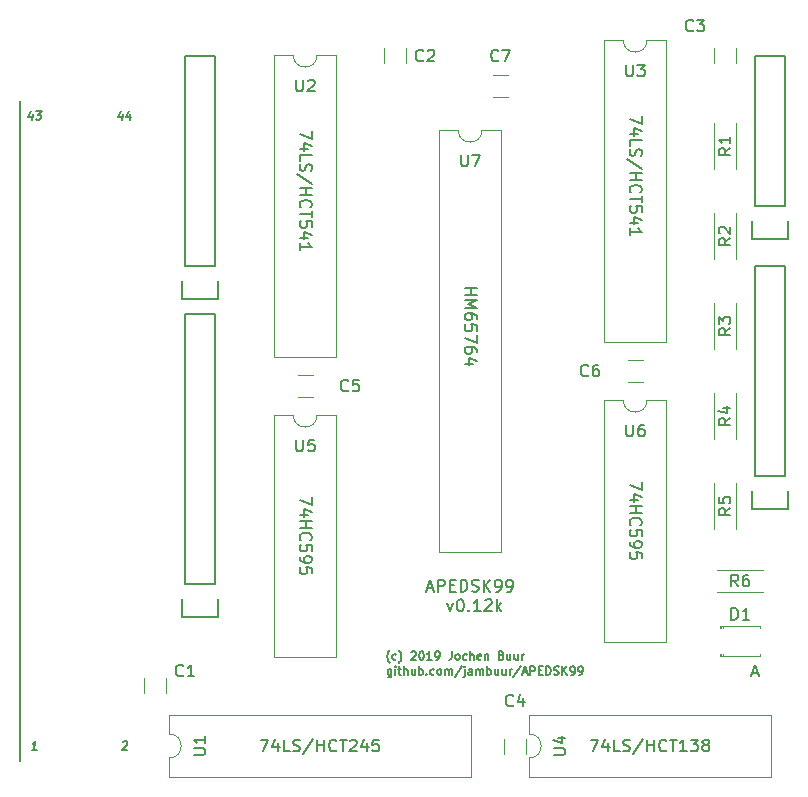
<source format=gbr>
G04 #@! TF.GenerationSoftware,KiCad,Pcbnew,(5.1.2)-2*
G04 #@! TF.CreationDate,2019-08-10T21:31:32+12:00*
G04 #@! TF.ProjectId,APEDSK-AU,41504544-534b-42d4-9155-2e6b69636164,rev?*
G04 #@! TF.SameCoordinates,Original*
G04 #@! TF.FileFunction,Legend,Top*
G04 #@! TF.FilePolarity,Positive*
%FSLAX46Y46*%
G04 Gerber Fmt 4.6, Leading zero omitted, Abs format (unit mm)*
G04 Created by KiCad (PCBNEW (5.1.2)-2) date 2019-08-10 21:31:32*
%MOMM*%
%LPD*%
G04 APERTURE LIST*
%ADD10C,0.150000*%
%ADD11C,0.120000*%
G04 APERTURE END LIST*
D10*
X139738000Y-123138333D02*
X139704666Y-123105000D01*
X139638000Y-123005000D01*
X139604666Y-122938333D01*
X139571333Y-122838333D01*
X139538000Y-122671666D01*
X139538000Y-122538333D01*
X139571333Y-122371666D01*
X139604666Y-122271666D01*
X139638000Y-122205000D01*
X139704666Y-122105000D01*
X139738000Y-122071666D01*
X140304666Y-122838333D02*
X140238000Y-122871666D01*
X140104666Y-122871666D01*
X140038000Y-122838333D01*
X140004666Y-122805000D01*
X139971333Y-122738333D01*
X139971333Y-122538333D01*
X140004666Y-122471666D01*
X140038000Y-122438333D01*
X140104666Y-122405000D01*
X140238000Y-122405000D01*
X140304666Y-122438333D01*
X140538000Y-123138333D02*
X140571333Y-123105000D01*
X140638000Y-123005000D01*
X140671333Y-122938333D01*
X140704666Y-122838333D01*
X140738000Y-122671666D01*
X140738000Y-122538333D01*
X140704666Y-122371666D01*
X140671333Y-122271666D01*
X140638000Y-122205000D01*
X140571333Y-122105000D01*
X140538000Y-122071666D01*
X141571333Y-122238333D02*
X141604666Y-122205000D01*
X141671333Y-122171666D01*
X141838000Y-122171666D01*
X141904666Y-122205000D01*
X141938000Y-122238333D01*
X141971333Y-122305000D01*
X141971333Y-122371666D01*
X141938000Y-122471666D01*
X141538000Y-122871666D01*
X141971333Y-122871666D01*
X142404666Y-122171666D02*
X142471333Y-122171666D01*
X142538000Y-122205000D01*
X142571333Y-122238333D01*
X142604666Y-122305000D01*
X142638000Y-122438333D01*
X142638000Y-122605000D01*
X142604666Y-122738333D01*
X142571333Y-122805000D01*
X142538000Y-122838333D01*
X142471333Y-122871666D01*
X142404666Y-122871666D01*
X142338000Y-122838333D01*
X142304666Y-122805000D01*
X142271333Y-122738333D01*
X142238000Y-122605000D01*
X142238000Y-122438333D01*
X142271333Y-122305000D01*
X142304666Y-122238333D01*
X142338000Y-122205000D01*
X142404666Y-122171666D01*
X143304666Y-122871666D02*
X142904666Y-122871666D01*
X143104666Y-122871666D02*
X143104666Y-122171666D01*
X143038000Y-122271666D01*
X142971333Y-122338333D01*
X142904666Y-122371666D01*
X143638000Y-122871666D02*
X143771333Y-122871666D01*
X143838000Y-122838333D01*
X143871333Y-122805000D01*
X143938000Y-122705000D01*
X143971333Y-122571666D01*
X143971333Y-122305000D01*
X143938000Y-122238333D01*
X143904666Y-122205000D01*
X143838000Y-122171666D01*
X143704666Y-122171666D01*
X143638000Y-122205000D01*
X143604666Y-122238333D01*
X143571333Y-122305000D01*
X143571333Y-122471666D01*
X143604666Y-122538333D01*
X143638000Y-122571666D01*
X143704666Y-122605000D01*
X143838000Y-122605000D01*
X143904666Y-122571666D01*
X143938000Y-122538333D01*
X143971333Y-122471666D01*
X145004666Y-122171666D02*
X145004666Y-122671666D01*
X144971333Y-122771666D01*
X144904666Y-122838333D01*
X144804666Y-122871666D01*
X144738000Y-122871666D01*
X145438000Y-122871666D02*
X145371333Y-122838333D01*
X145338000Y-122805000D01*
X145304666Y-122738333D01*
X145304666Y-122538333D01*
X145338000Y-122471666D01*
X145371333Y-122438333D01*
X145438000Y-122405000D01*
X145538000Y-122405000D01*
X145604666Y-122438333D01*
X145638000Y-122471666D01*
X145671333Y-122538333D01*
X145671333Y-122738333D01*
X145638000Y-122805000D01*
X145604666Y-122838333D01*
X145538000Y-122871666D01*
X145438000Y-122871666D01*
X146271333Y-122838333D02*
X146204666Y-122871666D01*
X146071333Y-122871666D01*
X146004666Y-122838333D01*
X145971333Y-122805000D01*
X145938000Y-122738333D01*
X145938000Y-122538333D01*
X145971333Y-122471666D01*
X146004666Y-122438333D01*
X146071333Y-122405000D01*
X146204666Y-122405000D01*
X146271333Y-122438333D01*
X146571333Y-122871666D02*
X146571333Y-122171666D01*
X146871333Y-122871666D02*
X146871333Y-122505000D01*
X146838000Y-122438333D01*
X146771333Y-122405000D01*
X146671333Y-122405000D01*
X146604666Y-122438333D01*
X146571333Y-122471666D01*
X147471333Y-122838333D02*
X147404666Y-122871666D01*
X147271333Y-122871666D01*
X147204666Y-122838333D01*
X147171333Y-122771666D01*
X147171333Y-122505000D01*
X147204666Y-122438333D01*
X147271333Y-122405000D01*
X147404666Y-122405000D01*
X147471333Y-122438333D01*
X147504666Y-122505000D01*
X147504666Y-122571666D01*
X147171333Y-122638333D01*
X147804666Y-122405000D02*
X147804666Y-122871666D01*
X147804666Y-122471666D02*
X147838000Y-122438333D01*
X147904666Y-122405000D01*
X148004666Y-122405000D01*
X148071333Y-122438333D01*
X148104666Y-122505000D01*
X148104666Y-122871666D01*
X149204666Y-122505000D02*
X149304666Y-122538333D01*
X149338000Y-122571666D01*
X149371333Y-122638333D01*
X149371333Y-122738333D01*
X149338000Y-122805000D01*
X149304666Y-122838333D01*
X149238000Y-122871666D01*
X148971333Y-122871666D01*
X148971333Y-122171666D01*
X149204666Y-122171666D01*
X149271333Y-122205000D01*
X149304666Y-122238333D01*
X149338000Y-122305000D01*
X149338000Y-122371666D01*
X149304666Y-122438333D01*
X149271333Y-122471666D01*
X149204666Y-122505000D01*
X148971333Y-122505000D01*
X149971333Y-122405000D02*
X149971333Y-122871666D01*
X149671333Y-122405000D02*
X149671333Y-122771666D01*
X149704666Y-122838333D01*
X149771333Y-122871666D01*
X149871333Y-122871666D01*
X149938000Y-122838333D01*
X149971333Y-122805000D01*
X150604666Y-122405000D02*
X150604666Y-122871666D01*
X150304666Y-122405000D02*
X150304666Y-122771666D01*
X150338000Y-122838333D01*
X150404666Y-122871666D01*
X150504666Y-122871666D01*
X150571333Y-122838333D01*
X150604666Y-122805000D01*
X150938000Y-122871666D02*
X150938000Y-122405000D01*
X150938000Y-122538333D02*
X150971333Y-122471666D01*
X151004666Y-122438333D01*
X151071333Y-122405000D01*
X151138000Y-122405000D01*
X142938952Y-116816666D02*
X143415142Y-116816666D01*
X142843714Y-117102380D02*
X143177047Y-116102380D01*
X143510380Y-117102380D01*
X143843714Y-117102380D02*
X143843714Y-116102380D01*
X144224666Y-116102380D01*
X144319904Y-116150000D01*
X144367523Y-116197619D01*
X144415142Y-116292857D01*
X144415142Y-116435714D01*
X144367523Y-116530952D01*
X144319904Y-116578571D01*
X144224666Y-116626190D01*
X143843714Y-116626190D01*
X144843714Y-116578571D02*
X145177047Y-116578571D01*
X145319904Y-117102380D02*
X144843714Y-117102380D01*
X144843714Y-116102380D01*
X145319904Y-116102380D01*
X145748476Y-117102380D02*
X145748476Y-116102380D01*
X145986571Y-116102380D01*
X146129428Y-116150000D01*
X146224666Y-116245238D01*
X146272285Y-116340476D01*
X146319904Y-116530952D01*
X146319904Y-116673809D01*
X146272285Y-116864285D01*
X146224666Y-116959523D01*
X146129428Y-117054761D01*
X145986571Y-117102380D01*
X145748476Y-117102380D01*
X146700857Y-117054761D02*
X146843714Y-117102380D01*
X147081809Y-117102380D01*
X147177047Y-117054761D01*
X147224666Y-117007142D01*
X147272285Y-116911904D01*
X147272285Y-116816666D01*
X147224666Y-116721428D01*
X147177047Y-116673809D01*
X147081809Y-116626190D01*
X146891333Y-116578571D01*
X146796095Y-116530952D01*
X146748476Y-116483333D01*
X146700857Y-116388095D01*
X146700857Y-116292857D01*
X146748476Y-116197619D01*
X146796095Y-116150000D01*
X146891333Y-116102380D01*
X147129428Y-116102380D01*
X147272285Y-116150000D01*
X147700857Y-117102380D02*
X147700857Y-116102380D01*
X148272285Y-117102380D02*
X147843714Y-116530952D01*
X148272285Y-116102380D02*
X147700857Y-116673809D01*
X148748476Y-117102380D02*
X148938952Y-117102380D01*
X149034190Y-117054761D01*
X149081809Y-117007142D01*
X149177047Y-116864285D01*
X149224666Y-116673809D01*
X149224666Y-116292857D01*
X149177047Y-116197619D01*
X149129428Y-116150000D01*
X149034190Y-116102380D01*
X148843714Y-116102380D01*
X148748476Y-116150000D01*
X148700857Y-116197619D01*
X148653238Y-116292857D01*
X148653238Y-116530952D01*
X148700857Y-116626190D01*
X148748476Y-116673809D01*
X148843714Y-116721428D01*
X149034190Y-116721428D01*
X149129428Y-116673809D01*
X149177047Y-116626190D01*
X149224666Y-116530952D01*
X149700857Y-117102380D02*
X149891333Y-117102380D01*
X149986571Y-117054761D01*
X150034190Y-117007142D01*
X150129428Y-116864285D01*
X150177047Y-116673809D01*
X150177047Y-116292857D01*
X150129428Y-116197619D01*
X150081809Y-116150000D01*
X149986571Y-116102380D01*
X149796095Y-116102380D01*
X149700857Y-116150000D01*
X149653238Y-116197619D01*
X149605619Y-116292857D01*
X149605619Y-116530952D01*
X149653238Y-116626190D01*
X149700857Y-116673809D01*
X149796095Y-116721428D01*
X149986571Y-116721428D01*
X150081809Y-116673809D01*
X150129428Y-116626190D01*
X150177047Y-116530952D01*
X144629428Y-118085714D02*
X144867523Y-118752380D01*
X145105619Y-118085714D01*
X145677047Y-117752380D02*
X145772285Y-117752380D01*
X145867523Y-117800000D01*
X145915142Y-117847619D01*
X145962761Y-117942857D01*
X146010380Y-118133333D01*
X146010380Y-118371428D01*
X145962761Y-118561904D01*
X145915142Y-118657142D01*
X145867523Y-118704761D01*
X145772285Y-118752380D01*
X145677047Y-118752380D01*
X145581809Y-118704761D01*
X145534190Y-118657142D01*
X145486571Y-118561904D01*
X145438952Y-118371428D01*
X145438952Y-118133333D01*
X145486571Y-117942857D01*
X145534190Y-117847619D01*
X145581809Y-117800000D01*
X145677047Y-117752380D01*
X146438952Y-118657142D02*
X146486571Y-118704761D01*
X146438952Y-118752380D01*
X146391333Y-118704761D01*
X146438952Y-118657142D01*
X146438952Y-118752380D01*
X147438952Y-118752380D02*
X146867523Y-118752380D01*
X147153238Y-118752380D02*
X147153238Y-117752380D01*
X147058000Y-117895238D01*
X146962761Y-117990476D01*
X146867523Y-118038095D01*
X147819904Y-117847619D02*
X147867523Y-117800000D01*
X147962761Y-117752380D01*
X148200857Y-117752380D01*
X148296095Y-117800000D01*
X148343714Y-117847619D01*
X148391333Y-117942857D01*
X148391333Y-118038095D01*
X148343714Y-118180952D01*
X147772285Y-118752380D01*
X148391333Y-118752380D01*
X148819904Y-118752380D02*
X148819904Y-117752380D01*
X148915142Y-118371428D02*
X149200857Y-118752380D01*
X149200857Y-118085714D02*
X148819904Y-118466666D01*
X139894666Y-123675000D02*
X139894666Y-124241666D01*
X139861333Y-124308333D01*
X139828000Y-124341666D01*
X139761333Y-124375000D01*
X139661333Y-124375000D01*
X139594666Y-124341666D01*
X139894666Y-124108333D02*
X139828000Y-124141666D01*
X139694666Y-124141666D01*
X139628000Y-124108333D01*
X139594666Y-124075000D01*
X139561333Y-124008333D01*
X139561333Y-123808333D01*
X139594666Y-123741666D01*
X139628000Y-123708333D01*
X139694666Y-123675000D01*
X139828000Y-123675000D01*
X139894666Y-123708333D01*
X140228000Y-124141666D02*
X140228000Y-123675000D01*
X140228000Y-123441666D02*
X140194666Y-123475000D01*
X140228000Y-123508333D01*
X140261333Y-123475000D01*
X140228000Y-123441666D01*
X140228000Y-123508333D01*
X140461333Y-123675000D02*
X140728000Y-123675000D01*
X140561333Y-123441666D02*
X140561333Y-124041666D01*
X140594666Y-124108333D01*
X140661333Y-124141666D01*
X140728000Y-124141666D01*
X140961333Y-124141666D02*
X140961333Y-123441666D01*
X141261333Y-124141666D02*
X141261333Y-123775000D01*
X141228000Y-123708333D01*
X141161333Y-123675000D01*
X141061333Y-123675000D01*
X140994666Y-123708333D01*
X140961333Y-123741666D01*
X141894666Y-123675000D02*
X141894666Y-124141666D01*
X141594666Y-123675000D02*
X141594666Y-124041666D01*
X141628000Y-124108333D01*
X141694666Y-124141666D01*
X141794666Y-124141666D01*
X141861333Y-124108333D01*
X141894666Y-124075000D01*
X142228000Y-124141666D02*
X142228000Y-123441666D01*
X142228000Y-123708333D02*
X142294666Y-123675000D01*
X142428000Y-123675000D01*
X142494666Y-123708333D01*
X142528000Y-123741666D01*
X142561333Y-123808333D01*
X142561333Y-124008333D01*
X142528000Y-124075000D01*
X142494666Y-124108333D01*
X142428000Y-124141666D01*
X142294666Y-124141666D01*
X142228000Y-124108333D01*
X142861333Y-124075000D02*
X142894666Y-124108333D01*
X142861333Y-124141666D01*
X142828000Y-124108333D01*
X142861333Y-124075000D01*
X142861333Y-124141666D01*
X143494666Y-124108333D02*
X143428000Y-124141666D01*
X143294666Y-124141666D01*
X143228000Y-124108333D01*
X143194666Y-124075000D01*
X143161333Y-124008333D01*
X143161333Y-123808333D01*
X143194666Y-123741666D01*
X143228000Y-123708333D01*
X143294666Y-123675000D01*
X143428000Y-123675000D01*
X143494666Y-123708333D01*
X143894666Y-124141666D02*
X143828000Y-124108333D01*
X143794666Y-124075000D01*
X143761333Y-124008333D01*
X143761333Y-123808333D01*
X143794666Y-123741666D01*
X143828000Y-123708333D01*
X143894666Y-123675000D01*
X143994666Y-123675000D01*
X144061333Y-123708333D01*
X144094666Y-123741666D01*
X144128000Y-123808333D01*
X144128000Y-124008333D01*
X144094666Y-124075000D01*
X144061333Y-124108333D01*
X143994666Y-124141666D01*
X143894666Y-124141666D01*
X144428000Y-124141666D02*
X144428000Y-123675000D01*
X144428000Y-123741666D02*
X144461333Y-123708333D01*
X144528000Y-123675000D01*
X144628000Y-123675000D01*
X144694666Y-123708333D01*
X144728000Y-123775000D01*
X144728000Y-124141666D01*
X144728000Y-123775000D02*
X144761333Y-123708333D01*
X144828000Y-123675000D01*
X144928000Y-123675000D01*
X144994666Y-123708333D01*
X145028000Y-123775000D01*
X145028000Y-124141666D01*
X145861333Y-123408333D02*
X145261333Y-124308333D01*
X146094666Y-123675000D02*
X146094666Y-124275000D01*
X146061333Y-124341666D01*
X145994666Y-124375000D01*
X145961333Y-124375000D01*
X146094666Y-123441666D02*
X146061333Y-123475000D01*
X146094666Y-123508333D01*
X146128000Y-123475000D01*
X146094666Y-123441666D01*
X146094666Y-123508333D01*
X146728000Y-124141666D02*
X146728000Y-123775000D01*
X146694666Y-123708333D01*
X146628000Y-123675000D01*
X146494666Y-123675000D01*
X146428000Y-123708333D01*
X146728000Y-124108333D02*
X146661333Y-124141666D01*
X146494666Y-124141666D01*
X146428000Y-124108333D01*
X146394666Y-124041666D01*
X146394666Y-123975000D01*
X146428000Y-123908333D01*
X146494666Y-123875000D01*
X146661333Y-123875000D01*
X146728000Y-123841666D01*
X147061333Y-124141666D02*
X147061333Y-123675000D01*
X147061333Y-123741666D02*
X147094666Y-123708333D01*
X147161333Y-123675000D01*
X147261333Y-123675000D01*
X147328000Y-123708333D01*
X147361333Y-123775000D01*
X147361333Y-124141666D01*
X147361333Y-123775000D02*
X147394666Y-123708333D01*
X147461333Y-123675000D01*
X147561333Y-123675000D01*
X147628000Y-123708333D01*
X147661333Y-123775000D01*
X147661333Y-124141666D01*
X147994666Y-124141666D02*
X147994666Y-123441666D01*
X147994666Y-123708333D02*
X148061333Y-123675000D01*
X148194666Y-123675000D01*
X148261333Y-123708333D01*
X148294666Y-123741666D01*
X148328000Y-123808333D01*
X148328000Y-124008333D01*
X148294666Y-124075000D01*
X148261333Y-124108333D01*
X148194666Y-124141666D01*
X148061333Y-124141666D01*
X147994666Y-124108333D01*
X148928000Y-123675000D02*
X148928000Y-124141666D01*
X148628000Y-123675000D02*
X148628000Y-124041666D01*
X148661333Y-124108333D01*
X148728000Y-124141666D01*
X148828000Y-124141666D01*
X148894666Y-124108333D01*
X148928000Y-124075000D01*
X149561333Y-123675000D02*
X149561333Y-124141666D01*
X149261333Y-123675000D02*
X149261333Y-124041666D01*
X149294666Y-124108333D01*
X149361333Y-124141666D01*
X149461333Y-124141666D01*
X149528000Y-124108333D01*
X149561333Y-124075000D01*
X149894666Y-124141666D02*
X149894666Y-123675000D01*
X149894666Y-123808333D02*
X149928000Y-123741666D01*
X149961333Y-123708333D01*
X150028000Y-123675000D01*
X150094666Y-123675000D01*
X150828000Y-123408333D02*
X150228000Y-124308333D01*
X151028000Y-123941666D02*
X151361333Y-123941666D01*
X150961333Y-124141666D02*
X151194666Y-123441666D01*
X151428000Y-124141666D01*
X151661333Y-124141666D02*
X151661333Y-123441666D01*
X151928000Y-123441666D01*
X151994666Y-123475000D01*
X152028000Y-123508333D01*
X152061333Y-123575000D01*
X152061333Y-123675000D01*
X152028000Y-123741666D01*
X151994666Y-123775000D01*
X151928000Y-123808333D01*
X151661333Y-123808333D01*
X152361333Y-123775000D02*
X152594666Y-123775000D01*
X152694666Y-124141666D02*
X152361333Y-124141666D01*
X152361333Y-123441666D01*
X152694666Y-123441666D01*
X152994666Y-124141666D02*
X152994666Y-123441666D01*
X153161333Y-123441666D01*
X153261333Y-123475000D01*
X153328000Y-123541666D01*
X153361333Y-123608333D01*
X153394666Y-123741666D01*
X153394666Y-123841666D01*
X153361333Y-123975000D01*
X153328000Y-124041666D01*
X153261333Y-124108333D01*
X153161333Y-124141666D01*
X152994666Y-124141666D01*
X153661333Y-124108333D02*
X153761333Y-124141666D01*
X153928000Y-124141666D01*
X153994666Y-124108333D01*
X154028000Y-124075000D01*
X154061333Y-124008333D01*
X154061333Y-123941666D01*
X154028000Y-123875000D01*
X153994666Y-123841666D01*
X153928000Y-123808333D01*
X153794666Y-123775000D01*
X153728000Y-123741666D01*
X153694666Y-123708333D01*
X153661333Y-123641666D01*
X153661333Y-123575000D01*
X153694666Y-123508333D01*
X153728000Y-123475000D01*
X153794666Y-123441666D01*
X153961333Y-123441666D01*
X154061333Y-123475000D01*
X154361333Y-124141666D02*
X154361333Y-123441666D01*
X154761333Y-124141666D02*
X154461333Y-123741666D01*
X154761333Y-123441666D02*
X154361333Y-123841666D01*
X155094666Y-124141666D02*
X155228000Y-124141666D01*
X155294666Y-124108333D01*
X155328000Y-124075000D01*
X155394666Y-123975000D01*
X155428000Y-123841666D01*
X155428000Y-123575000D01*
X155394666Y-123508333D01*
X155361333Y-123475000D01*
X155294666Y-123441666D01*
X155161333Y-123441666D01*
X155094666Y-123475000D01*
X155061333Y-123508333D01*
X155028000Y-123575000D01*
X155028000Y-123741666D01*
X155061333Y-123808333D01*
X155094666Y-123841666D01*
X155161333Y-123875000D01*
X155294666Y-123875000D01*
X155361333Y-123841666D01*
X155394666Y-123808333D01*
X155428000Y-123741666D01*
X155761333Y-124141666D02*
X155894666Y-124141666D01*
X155961333Y-124108333D01*
X155994666Y-124075000D01*
X156061333Y-123975000D01*
X156094666Y-123841666D01*
X156094666Y-123575000D01*
X156061333Y-123508333D01*
X156028000Y-123475000D01*
X155961333Y-123441666D01*
X155828000Y-123441666D01*
X155761333Y-123475000D01*
X155728000Y-123508333D01*
X155694666Y-123575000D01*
X155694666Y-123741666D01*
X155728000Y-123808333D01*
X155761333Y-123841666D01*
X155828000Y-123875000D01*
X155961333Y-123875000D01*
X156028000Y-123841666D01*
X156061333Y-123808333D01*
X156094666Y-123741666D01*
X108458000Y-76835000D02*
X108458000Y-75565000D01*
X108458000Y-76835000D02*
X108458000Y-131445000D01*
X117132687Y-76685000D02*
X117074354Y-77151666D01*
X116999354Y-76418333D02*
X116770187Y-76918333D01*
X117203520Y-76918333D01*
X117799354Y-76685000D02*
X117741020Y-77151666D01*
X117666020Y-76418333D02*
X117436854Y-76918333D01*
X117870187Y-76918333D01*
X109512687Y-76685000D02*
X109454354Y-77151666D01*
X109379354Y-76418333D02*
X109150187Y-76918333D01*
X109583520Y-76918333D01*
X109841854Y-76451666D02*
X110275187Y-76451666D01*
X110008520Y-76718333D01*
X110108520Y-76718333D01*
X110171020Y-76751666D01*
X110200187Y-76785000D01*
X110225187Y-76851666D01*
X110204354Y-77018333D01*
X110162687Y-77085000D01*
X110125187Y-77118333D01*
X110054354Y-77151666D01*
X109854354Y-77151666D01*
X109791854Y-77118333D01*
X109762687Y-77085000D01*
X109854354Y-130491666D02*
X109454354Y-130491666D01*
X109654354Y-130491666D02*
X109741854Y-129791666D01*
X109662687Y-129891666D01*
X109587687Y-129958333D01*
X109516854Y-129991666D01*
X156750380Y-129627380D02*
X157417047Y-129627380D01*
X156988476Y-130627380D01*
X158226571Y-129960714D02*
X158226571Y-130627380D01*
X157988476Y-129579761D02*
X157750380Y-130294047D01*
X158369428Y-130294047D01*
X159226571Y-130627380D02*
X158750380Y-130627380D01*
X158750380Y-129627380D01*
X159512285Y-130579761D02*
X159655142Y-130627380D01*
X159893238Y-130627380D01*
X159988476Y-130579761D01*
X160036095Y-130532142D01*
X160083714Y-130436904D01*
X160083714Y-130341666D01*
X160036095Y-130246428D01*
X159988476Y-130198809D01*
X159893238Y-130151190D01*
X159702761Y-130103571D01*
X159607523Y-130055952D01*
X159559904Y-130008333D01*
X159512285Y-129913095D01*
X159512285Y-129817857D01*
X159559904Y-129722619D01*
X159607523Y-129675000D01*
X159702761Y-129627380D01*
X159940857Y-129627380D01*
X160083714Y-129675000D01*
X161226571Y-129579761D02*
X160369428Y-130865476D01*
X161559904Y-130627380D02*
X161559904Y-129627380D01*
X161559904Y-130103571D02*
X162131333Y-130103571D01*
X162131333Y-130627380D02*
X162131333Y-129627380D01*
X163178952Y-130532142D02*
X163131333Y-130579761D01*
X162988476Y-130627380D01*
X162893238Y-130627380D01*
X162750380Y-130579761D01*
X162655142Y-130484523D01*
X162607523Y-130389285D01*
X162559904Y-130198809D01*
X162559904Y-130055952D01*
X162607523Y-129865476D01*
X162655142Y-129770238D01*
X162750380Y-129675000D01*
X162893238Y-129627380D01*
X162988476Y-129627380D01*
X163131333Y-129675000D01*
X163178952Y-129722619D01*
X163464666Y-129627380D02*
X164036095Y-129627380D01*
X163750380Y-130627380D02*
X163750380Y-129627380D01*
X164893238Y-130627380D02*
X164321809Y-130627380D01*
X164607523Y-130627380D02*
X164607523Y-129627380D01*
X164512285Y-129770238D01*
X164417047Y-129865476D01*
X164321809Y-129913095D01*
X165226571Y-129627380D02*
X165845619Y-129627380D01*
X165512285Y-130008333D01*
X165655142Y-130008333D01*
X165750380Y-130055952D01*
X165798000Y-130103571D01*
X165845619Y-130198809D01*
X165845619Y-130436904D01*
X165798000Y-130532142D01*
X165750380Y-130579761D01*
X165655142Y-130627380D01*
X165369428Y-130627380D01*
X165274190Y-130579761D01*
X165226571Y-130532142D01*
X166417047Y-130055952D02*
X166321809Y-130008333D01*
X166274190Y-129960714D01*
X166226571Y-129865476D01*
X166226571Y-129817857D01*
X166274190Y-129722619D01*
X166321809Y-129675000D01*
X166417047Y-129627380D01*
X166607523Y-129627380D01*
X166702761Y-129675000D01*
X166750380Y-129722619D01*
X166798000Y-129817857D01*
X166798000Y-129865476D01*
X166750380Y-129960714D01*
X166702761Y-130008333D01*
X166607523Y-130055952D01*
X166417047Y-130055952D01*
X166321809Y-130103571D01*
X166274190Y-130151190D01*
X166226571Y-130246428D01*
X166226571Y-130436904D01*
X166274190Y-130532142D01*
X166321809Y-130579761D01*
X166417047Y-130627380D01*
X166607523Y-130627380D01*
X166702761Y-130579761D01*
X166750380Y-130532142D01*
X166798000Y-130436904D01*
X166798000Y-130246428D01*
X166750380Y-130151190D01*
X166702761Y-130103571D01*
X166607523Y-130055952D01*
X133135619Y-109133095D02*
X133135619Y-109799761D01*
X132135619Y-109371190D01*
X132802285Y-110609285D02*
X132135619Y-110609285D01*
X133183238Y-110371190D02*
X132468952Y-110133095D01*
X132468952Y-110752142D01*
X132135619Y-111133095D02*
X133135619Y-111133095D01*
X132659428Y-111133095D02*
X132659428Y-111704523D01*
X132135619Y-111704523D02*
X133135619Y-111704523D01*
X132230857Y-112752142D02*
X132183238Y-112704523D01*
X132135619Y-112561666D01*
X132135619Y-112466428D01*
X132183238Y-112323571D01*
X132278476Y-112228333D01*
X132373714Y-112180714D01*
X132564190Y-112133095D01*
X132707047Y-112133095D01*
X132897523Y-112180714D01*
X132992761Y-112228333D01*
X133088000Y-112323571D01*
X133135619Y-112466428D01*
X133135619Y-112561666D01*
X133088000Y-112704523D01*
X133040380Y-112752142D01*
X133135619Y-113656904D02*
X133135619Y-113180714D01*
X132659428Y-113133095D01*
X132707047Y-113180714D01*
X132754666Y-113275952D01*
X132754666Y-113514047D01*
X132707047Y-113609285D01*
X132659428Y-113656904D01*
X132564190Y-113704523D01*
X132326095Y-113704523D01*
X132230857Y-113656904D01*
X132183238Y-113609285D01*
X132135619Y-113514047D01*
X132135619Y-113275952D01*
X132183238Y-113180714D01*
X132230857Y-113133095D01*
X132135619Y-114180714D02*
X132135619Y-114371190D01*
X132183238Y-114466428D01*
X132230857Y-114514047D01*
X132373714Y-114609285D01*
X132564190Y-114656904D01*
X132945142Y-114656904D01*
X133040380Y-114609285D01*
X133088000Y-114561666D01*
X133135619Y-114466428D01*
X133135619Y-114275952D01*
X133088000Y-114180714D01*
X133040380Y-114133095D01*
X132945142Y-114085476D01*
X132707047Y-114085476D01*
X132611809Y-114133095D01*
X132564190Y-114180714D01*
X132516571Y-114275952D01*
X132516571Y-114466428D01*
X132564190Y-114561666D01*
X132611809Y-114609285D01*
X132707047Y-114656904D01*
X133135619Y-115561666D02*
X133135619Y-115085476D01*
X132659428Y-115037857D01*
X132707047Y-115085476D01*
X132754666Y-115180714D01*
X132754666Y-115418809D01*
X132707047Y-115514047D01*
X132659428Y-115561666D01*
X132564190Y-115609285D01*
X132326095Y-115609285D01*
X132230857Y-115561666D01*
X132183238Y-115514047D01*
X132135619Y-115418809D01*
X132135619Y-115180714D01*
X132183238Y-115085476D01*
X132230857Y-115037857D01*
X161075619Y-107863095D02*
X161075619Y-108529761D01*
X160075619Y-108101190D01*
X160742285Y-109339285D02*
X160075619Y-109339285D01*
X161123238Y-109101190D02*
X160408952Y-108863095D01*
X160408952Y-109482142D01*
X160075619Y-109863095D02*
X161075619Y-109863095D01*
X160599428Y-109863095D02*
X160599428Y-110434523D01*
X160075619Y-110434523D02*
X161075619Y-110434523D01*
X160170857Y-111482142D02*
X160123238Y-111434523D01*
X160075619Y-111291666D01*
X160075619Y-111196428D01*
X160123238Y-111053571D01*
X160218476Y-110958333D01*
X160313714Y-110910714D01*
X160504190Y-110863095D01*
X160647047Y-110863095D01*
X160837523Y-110910714D01*
X160932761Y-110958333D01*
X161028000Y-111053571D01*
X161075619Y-111196428D01*
X161075619Y-111291666D01*
X161028000Y-111434523D01*
X160980380Y-111482142D01*
X161075619Y-112386904D02*
X161075619Y-111910714D01*
X160599428Y-111863095D01*
X160647047Y-111910714D01*
X160694666Y-112005952D01*
X160694666Y-112244047D01*
X160647047Y-112339285D01*
X160599428Y-112386904D01*
X160504190Y-112434523D01*
X160266095Y-112434523D01*
X160170857Y-112386904D01*
X160123238Y-112339285D01*
X160075619Y-112244047D01*
X160075619Y-112005952D01*
X160123238Y-111910714D01*
X160170857Y-111863095D01*
X160075619Y-112910714D02*
X160075619Y-113101190D01*
X160123238Y-113196428D01*
X160170857Y-113244047D01*
X160313714Y-113339285D01*
X160504190Y-113386904D01*
X160885142Y-113386904D01*
X160980380Y-113339285D01*
X161028000Y-113291666D01*
X161075619Y-113196428D01*
X161075619Y-113005952D01*
X161028000Y-112910714D01*
X160980380Y-112863095D01*
X160885142Y-112815476D01*
X160647047Y-112815476D01*
X160551809Y-112863095D01*
X160504190Y-112910714D01*
X160456571Y-113005952D01*
X160456571Y-113196428D01*
X160504190Y-113291666D01*
X160551809Y-113339285D01*
X160647047Y-113386904D01*
X161075619Y-114291666D02*
X161075619Y-113815476D01*
X160599428Y-113767857D01*
X160647047Y-113815476D01*
X160694666Y-113910714D01*
X160694666Y-114148809D01*
X160647047Y-114244047D01*
X160599428Y-114291666D01*
X160504190Y-114339285D01*
X160266095Y-114339285D01*
X160170857Y-114291666D01*
X160123238Y-114244047D01*
X160075619Y-114148809D01*
X160075619Y-113910714D01*
X160123238Y-113815476D01*
X160170857Y-113767857D01*
X161075619Y-76867380D02*
X161075619Y-77534047D01*
X160075619Y-77105476D01*
X160742285Y-78343571D02*
X160075619Y-78343571D01*
X161123238Y-78105476D02*
X160408952Y-77867380D01*
X160408952Y-78486428D01*
X160075619Y-79343571D02*
X160075619Y-78867380D01*
X161075619Y-78867380D01*
X160123238Y-79629285D02*
X160075619Y-79772142D01*
X160075619Y-80010238D01*
X160123238Y-80105476D01*
X160170857Y-80153095D01*
X160266095Y-80200714D01*
X160361333Y-80200714D01*
X160456571Y-80153095D01*
X160504190Y-80105476D01*
X160551809Y-80010238D01*
X160599428Y-79819761D01*
X160647047Y-79724523D01*
X160694666Y-79676904D01*
X160789904Y-79629285D01*
X160885142Y-79629285D01*
X160980380Y-79676904D01*
X161028000Y-79724523D01*
X161075619Y-79819761D01*
X161075619Y-80057857D01*
X161028000Y-80200714D01*
X161123238Y-81343571D02*
X159837523Y-80486428D01*
X160075619Y-81676904D02*
X161075619Y-81676904D01*
X160599428Y-81676904D02*
X160599428Y-82248333D01*
X160075619Y-82248333D02*
X161075619Y-82248333D01*
X160170857Y-83295952D02*
X160123238Y-83248333D01*
X160075619Y-83105476D01*
X160075619Y-83010238D01*
X160123238Y-82867380D01*
X160218476Y-82772142D01*
X160313714Y-82724523D01*
X160504190Y-82676904D01*
X160647047Y-82676904D01*
X160837523Y-82724523D01*
X160932761Y-82772142D01*
X161028000Y-82867380D01*
X161075619Y-83010238D01*
X161075619Y-83105476D01*
X161028000Y-83248333D01*
X160980380Y-83295952D01*
X161075619Y-83581666D02*
X161075619Y-84153095D01*
X160075619Y-83867380D02*
X161075619Y-83867380D01*
X161075619Y-84962619D02*
X161075619Y-84486428D01*
X160599428Y-84438809D01*
X160647047Y-84486428D01*
X160694666Y-84581666D01*
X160694666Y-84819761D01*
X160647047Y-84915000D01*
X160599428Y-84962619D01*
X160504190Y-85010238D01*
X160266095Y-85010238D01*
X160170857Y-84962619D01*
X160123238Y-84915000D01*
X160075619Y-84819761D01*
X160075619Y-84581666D01*
X160123238Y-84486428D01*
X160170857Y-84438809D01*
X160742285Y-85867380D02*
X160075619Y-85867380D01*
X161123238Y-85629285D02*
X160408952Y-85391190D01*
X160408952Y-86010238D01*
X160075619Y-86915000D02*
X160075619Y-86343571D01*
X160075619Y-86629285D02*
X161075619Y-86629285D01*
X160932761Y-86534047D01*
X160837523Y-86438809D01*
X160789904Y-86343571D01*
X146105619Y-91376904D02*
X147105619Y-91376904D01*
X146629428Y-91376904D02*
X146629428Y-91948333D01*
X146105619Y-91948333D02*
X147105619Y-91948333D01*
X146105619Y-92424523D02*
X147105619Y-92424523D01*
X146391333Y-92757857D01*
X147105619Y-93091190D01*
X146105619Y-93091190D01*
X147105619Y-93995952D02*
X147105619Y-93805476D01*
X147058000Y-93710238D01*
X147010380Y-93662619D01*
X146867523Y-93567380D01*
X146677047Y-93519761D01*
X146296095Y-93519761D01*
X146200857Y-93567380D01*
X146153238Y-93615000D01*
X146105619Y-93710238D01*
X146105619Y-93900714D01*
X146153238Y-93995952D01*
X146200857Y-94043571D01*
X146296095Y-94091190D01*
X146534190Y-94091190D01*
X146629428Y-94043571D01*
X146677047Y-93995952D01*
X146724666Y-93900714D01*
X146724666Y-93710238D01*
X146677047Y-93615000D01*
X146629428Y-93567380D01*
X146534190Y-93519761D01*
X147105619Y-94995952D02*
X147105619Y-94519761D01*
X146629428Y-94472142D01*
X146677047Y-94519761D01*
X146724666Y-94615000D01*
X146724666Y-94853095D01*
X146677047Y-94948333D01*
X146629428Y-94995952D01*
X146534190Y-95043571D01*
X146296095Y-95043571D01*
X146200857Y-94995952D01*
X146153238Y-94948333D01*
X146105619Y-94853095D01*
X146105619Y-94615000D01*
X146153238Y-94519761D01*
X146200857Y-94472142D01*
X147105619Y-95376904D02*
X147105619Y-96043571D01*
X146105619Y-95615000D01*
X147105619Y-96853095D02*
X147105619Y-96662619D01*
X147058000Y-96567380D01*
X147010380Y-96519761D01*
X146867523Y-96424523D01*
X146677047Y-96376904D01*
X146296095Y-96376904D01*
X146200857Y-96424523D01*
X146153238Y-96472142D01*
X146105619Y-96567380D01*
X146105619Y-96757857D01*
X146153238Y-96853095D01*
X146200857Y-96900714D01*
X146296095Y-96948333D01*
X146534190Y-96948333D01*
X146629428Y-96900714D01*
X146677047Y-96853095D01*
X146724666Y-96757857D01*
X146724666Y-96567380D01*
X146677047Y-96472142D01*
X146629428Y-96424523D01*
X146534190Y-96376904D01*
X146772285Y-97805476D02*
X146105619Y-97805476D01*
X147153238Y-97567380D02*
X146438952Y-97329285D01*
X146438952Y-97948333D01*
X133135619Y-78137380D02*
X133135619Y-78804047D01*
X132135619Y-78375476D01*
X132802285Y-79613571D02*
X132135619Y-79613571D01*
X133183238Y-79375476D02*
X132468952Y-79137380D01*
X132468952Y-79756428D01*
X132135619Y-80613571D02*
X132135619Y-80137380D01*
X133135619Y-80137380D01*
X132183238Y-80899285D02*
X132135619Y-81042142D01*
X132135619Y-81280238D01*
X132183238Y-81375476D01*
X132230857Y-81423095D01*
X132326095Y-81470714D01*
X132421333Y-81470714D01*
X132516571Y-81423095D01*
X132564190Y-81375476D01*
X132611809Y-81280238D01*
X132659428Y-81089761D01*
X132707047Y-80994523D01*
X132754666Y-80946904D01*
X132849904Y-80899285D01*
X132945142Y-80899285D01*
X133040380Y-80946904D01*
X133088000Y-80994523D01*
X133135619Y-81089761D01*
X133135619Y-81327857D01*
X133088000Y-81470714D01*
X133183238Y-82613571D02*
X131897523Y-81756428D01*
X132135619Y-82946904D02*
X133135619Y-82946904D01*
X132659428Y-82946904D02*
X132659428Y-83518333D01*
X132135619Y-83518333D02*
X133135619Y-83518333D01*
X132230857Y-84565952D02*
X132183238Y-84518333D01*
X132135619Y-84375476D01*
X132135619Y-84280238D01*
X132183238Y-84137380D01*
X132278476Y-84042142D01*
X132373714Y-83994523D01*
X132564190Y-83946904D01*
X132707047Y-83946904D01*
X132897523Y-83994523D01*
X132992761Y-84042142D01*
X133088000Y-84137380D01*
X133135619Y-84280238D01*
X133135619Y-84375476D01*
X133088000Y-84518333D01*
X133040380Y-84565952D01*
X133135619Y-84851666D02*
X133135619Y-85423095D01*
X132135619Y-85137380D02*
X133135619Y-85137380D01*
X133135619Y-86232619D02*
X133135619Y-85756428D01*
X132659428Y-85708809D01*
X132707047Y-85756428D01*
X132754666Y-85851666D01*
X132754666Y-86089761D01*
X132707047Y-86185000D01*
X132659428Y-86232619D01*
X132564190Y-86280238D01*
X132326095Y-86280238D01*
X132230857Y-86232619D01*
X132183238Y-86185000D01*
X132135619Y-86089761D01*
X132135619Y-85851666D01*
X132183238Y-85756428D01*
X132230857Y-85708809D01*
X132802285Y-87137380D02*
X132135619Y-87137380D01*
X133183238Y-86899285D02*
X132468952Y-86661190D01*
X132468952Y-87280238D01*
X132135619Y-88185000D02*
X132135619Y-87613571D01*
X132135619Y-87899285D02*
X133135619Y-87899285D01*
X132992761Y-87804047D01*
X132897523Y-87708809D01*
X132849904Y-87613571D01*
X128810380Y-129627380D02*
X129477047Y-129627380D01*
X129048476Y-130627380D01*
X130286571Y-129960714D02*
X130286571Y-130627380D01*
X130048476Y-129579761D02*
X129810380Y-130294047D01*
X130429428Y-130294047D01*
X131286571Y-130627380D02*
X130810380Y-130627380D01*
X130810380Y-129627380D01*
X131572285Y-130579761D02*
X131715142Y-130627380D01*
X131953238Y-130627380D01*
X132048476Y-130579761D01*
X132096095Y-130532142D01*
X132143714Y-130436904D01*
X132143714Y-130341666D01*
X132096095Y-130246428D01*
X132048476Y-130198809D01*
X131953238Y-130151190D01*
X131762761Y-130103571D01*
X131667523Y-130055952D01*
X131619904Y-130008333D01*
X131572285Y-129913095D01*
X131572285Y-129817857D01*
X131619904Y-129722619D01*
X131667523Y-129675000D01*
X131762761Y-129627380D01*
X132000857Y-129627380D01*
X132143714Y-129675000D01*
X133286571Y-129579761D02*
X132429428Y-130865476D01*
X133619904Y-130627380D02*
X133619904Y-129627380D01*
X133619904Y-130103571D02*
X134191333Y-130103571D01*
X134191333Y-130627380D02*
X134191333Y-129627380D01*
X135238952Y-130532142D02*
X135191333Y-130579761D01*
X135048476Y-130627380D01*
X134953238Y-130627380D01*
X134810380Y-130579761D01*
X134715142Y-130484523D01*
X134667523Y-130389285D01*
X134619904Y-130198809D01*
X134619904Y-130055952D01*
X134667523Y-129865476D01*
X134715142Y-129770238D01*
X134810380Y-129675000D01*
X134953238Y-129627380D01*
X135048476Y-129627380D01*
X135191333Y-129675000D01*
X135238952Y-129722619D01*
X135524666Y-129627380D02*
X136096095Y-129627380D01*
X135810380Y-130627380D02*
X135810380Y-129627380D01*
X136381809Y-129722619D02*
X136429428Y-129675000D01*
X136524666Y-129627380D01*
X136762761Y-129627380D01*
X136858000Y-129675000D01*
X136905619Y-129722619D01*
X136953238Y-129817857D01*
X136953238Y-129913095D01*
X136905619Y-130055952D01*
X136334190Y-130627380D01*
X136953238Y-130627380D01*
X137810380Y-129960714D02*
X137810380Y-130627380D01*
X137572285Y-129579761D02*
X137334190Y-130294047D01*
X137953238Y-130294047D01*
X138810380Y-129627380D02*
X138334190Y-129627380D01*
X138286571Y-130103571D01*
X138334190Y-130055952D01*
X138429428Y-130008333D01*
X138667523Y-130008333D01*
X138762761Y-130055952D01*
X138810380Y-130103571D01*
X138858000Y-130198809D01*
X138858000Y-130436904D01*
X138810380Y-130532142D01*
X138762761Y-130579761D01*
X138667523Y-130627380D01*
X138429428Y-130627380D01*
X138334190Y-130579761D01*
X138286571Y-130532142D01*
X170449904Y-123991666D02*
X170926095Y-123991666D01*
X170354666Y-124277380D02*
X170688000Y-123277380D01*
X171021333Y-124277380D01*
X117153520Y-129858333D02*
X117191020Y-129825000D01*
X117261854Y-129791666D01*
X117428520Y-129791666D01*
X117491020Y-129825000D01*
X117520187Y-129858333D01*
X117545187Y-129925000D01*
X117536854Y-129991666D01*
X117491020Y-130091666D01*
X117041020Y-130491666D01*
X117474354Y-130491666D01*
D11*
X151578000Y-127525000D02*
X151578000Y-129175000D01*
X172018000Y-127525000D02*
X151578000Y-127525000D01*
X172018000Y-132825000D02*
X172018000Y-127525000D01*
X151578000Y-132825000D02*
X172018000Y-132825000D01*
X151578000Y-131175000D02*
X151578000Y-132825000D01*
X151578000Y-129175000D02*
G75*
G02X151578000Y-131175000I0J-1000000D01*
G01*
X121098000Y-127525000D02*
X121098000Y-129175000D01*
X146618000Y-127525000D02*
X121098000Y-127525000D01*
X146618000Y-132825000D02*
X146618000Y-127525000D01*
X121098000Y-132825000D02*
X146618000Y-132825000D01*
X121098000Y-131175000D02*
X121098000Y-132825000D01*
X121098000Y-129175000D02*
G75*
G02X121098000Y-131175000I0J-1000000D01*
G01*
X120808000Y-125704000D02*
X120808000Y-124446000D01*
X118968000Y-125704000D02*
X118968000Y-124446000D01*
X169068000Y-81295000D02*
X169068000Y-77455000D01*
X167228000Y-81295000D02*
X167228000Y-77455000D01*
X135238000Y-71695000D02*
X133588000Y-71695000D01*
X135238000Y-97215000D02*
X135238000Y-71695000D01*
X129938000Y-97215000D02*
X135238000Y-97215000D01*
X129938000Y-71695000D02*
X129938000Y-97215000D01*
X131588000Y-71695000D02*
X129938000Y-71695000D01*
X133588000Y-71695000D02*
G75*
G02X131588000Y-71695000I-1000000J0D01*
G01*
X135238000Y-102175000D02*
X133588000Y-102175000D01*
X135238000Y-122615000D02*
X135238000Y-102175000D01*
X129938000Y-122615000D02*
X135238000Y-122615000D01*
X129938000Y-102175000D02*
X129938000Y-122615000D01*
X131588000Y-102175000D02*
X129938000Y-102175000D01*
X133588000Y-102175000D02*
G75*
G02X131588000Y-102175000I-1000000J0D01*
G01*
D10*
X124968000Y-89535000D02*
X124968000Y-71755000D01*
X124968000Y-71755000D02*
X122428000Y-71755000D01*
X122428000Y-71755000D02*
X122428000Y-89535000D01*
X125248000Y-92355000D02*
X125248000Y-90805000D01*
X124968000Y-89535000D02*
X122428000Y-89535000D01*
X122148000Y-90805000D02*
X122148000Y-92355000D01*
X122148000Y-92355000D02*
X125248000Y-92355000D01*
D11*
X149208000Y-78045000D02*
X147558000Y-78045000D01*
X149208000Y-113725000D02*
X149208000Y-78045000D01*
X143908000Y-113725000D02*
X149208000Y-113725000D01*
X143908000Y-78045000D02*
X143908000Y-113725000D01*
X145558000Y-78045000D02*
X143908000Y-78045000D01*
X147558000Y-78045000D02*
G75*
G02X145558000Y-78045000I-1000000J0D01*
G01*
X163178000Y-100905000D02*
X161528000Y-100905000D01*
X163178000Y-121345000D02*
X163178000Y-100905000D01*
X157878000Y-121345000D02*
X163178000Y-121345000D01*
X157878000Y-100905000D02*
X157878000Y-121345000D01*
X159528000Y-100905000D02*
X157878000Y-100905000D01*
X161528000Y-100905000D02*
G75*
G02X159528000Y-100905000I-1000000J0D01*
G01*
X163178000Y-70425000D02*
X161528000Y-70425000D01*
X163178000Y-95945000D02*
X163178000Y-70425000D01*
X157878000Y-95945000D02*
X163178000Y-95945000D01*
X157878000Y-70425000D02*
X157878000Y-95945000D01*
X159528000Y-70425000D02*
X157878000Y-70425000D01*
X161528000Y-70425000D02*
G75*
G02X159528000Y-70425000I-1000000J0D01*
G01*
X167498000Y-117125000D02*
X171338000Y-117125000D01*
X167498000Y-115285000D02*
X171338000Y-115285000D01*
X169068000Y-111775000D02*
X169068000Y-107935000D01*
X167228000Y-111775000D02*
X167228000Y-107935000D01*
X169068000Y-104155000D02*
X169068000Y-100315000D01*
X167228000Y-104155000D02*
X167228000Y-100315000D01*
X167228000Y-92695000D02*
X167228000Y-96535000D01*
X169068000Y-92695000D02*
X169068000Y-96535000D01*
X169068000Y-88915000D02*
X169068000Y-85075000D01*
X167228000Y-88915000D02*
X167228000Y-85075000D01*
X167948000Y-122365000D02*
X167948000Y-122545000D01*
X167948000Y-120025000D02*
X167948000Y-120205000D01*
X167828000Y-122365000D02*
X167828000Y-122545000D01*
X167828000Y-120025000D02*
X167828000Y-120205000D01*
X171128000Y-122380000D02*
X171128000Y-122545000D01*
X171128000Y-120025000D02*
X171128000Y-120190000D01*
X167708000Y-122365000D02*
X167708000Y-122545000D01*
X167708000Y-120025000D02*
X167708000Y-120205000D01*
X167708000Y-122545000D02*
X171128000Y-122545000D01*
X167708000Y-120025000D02*
X171128000Y-120025000D01*
X151288000Y-130824000D02*
X151288000Y-129566000D01*
X149448000Y-130824000D02*
X149448000Y-129566000D01*
X159919000Y-99345000D02*
X161177000Y-99345000D01*
X159919000Y-97505000D02*
X161177000Y-97505000D01*
X169068000Y-72364000D02*
X169068000Y-71106000D01*
X167228000Y-72364000D02*
X167228000Y-71106000D01*
X149747000Y-73375000D02*
X148489000Y-73375000D01*
X149747000Y-75215000D02*
X148489000Y-75215000D01*
X141128000Y-72364000D02*
X141128000Y-71106000D01*
X139288000Y-72364000D02*
X139288000Y-71106000D01*
X133237000Y-98775000D02*
X131979000Y-98775000D01*
X133237000Y-100615000D02*
X131979000Y-100615000D01*
D10*
X173228000Y-107315000D02*
X173228000Y-89535000D01*
X173228000Y-89535000D02*
X170688000Y-89535000D01*
X170688000Y-89535000D02*
X170688000Y-107315000D01*
X173508000Y-110135000D02*
X173508000Y-108585000D01*
X173228000Y-107315000D02*
X170688000Y-107315000D01*
X170408000Y-108585000D02*
X170408000Y-110135000D01*
X170408000Y-110135000D02*
X173508000Y-110135000D01*
X173228000Y-84455000D02*
X173228000Y-71755000D01*
X173228000Y-71755000D02*
X170688000Y-71755000D01*
X170688000Y-71755000D02*
X170688000Y-84455000D01*
X173508000Y-87275000D02*
X173508000Y-85725000D01*
X173228000Y-84455000D02*
X170688000Y-84455000D01*
X170408000Y-85725000D02*
X170408000Y-87275000D01*
X170408000Y-87275000D02*
X173508000Y-87275000D01*
X124968000Y-116459000D02*
X124968000Y-93599000D01*
X124968000Y-93599000D02*
X122428000Y-93599000D01*
X122428000Y-93599000D02*
X122428000Y-116459000D01*
X125248000Y-119279000D02*
X125248000Y-117729000D01*
X124968000Y-116459000D02*
X122428000Y-116459000D01*
X122148000Y-117729000D02*
X122148000Y-119279000D01*
X122148000Y-119279000D02*
X125248000Y-119279000D01*
X153630380Y-130936904D02*
X154439904Y-130936904D01*
X154535142Y-130889285D01*
X154582761Y-130841666D01*
X154630380Y-130746428D01*
X154630380Y-130555952D01*
X154582761Y-130460714D01*
X154535142Y-130413095D01*
X154439904Y-130365476D01*
X153630380Y-130365476D01*
X153963714Y-129460714D02*
X154630380Y-129460714D01*
X153582761Y-129698809D02*
X154297047Y-129936904D01*
X154297047Y-129317857D01*
X123150380Y-130936904D02*
X123959904Y-130936904D01*
X124055142Y-130889285D01*
X124102761Y-130841666D01*
X124150380Y-130746428D01*
X124150380Y-130555952D01*
X124102761Y-130460714D01*
X124055142Y-130413095D01*
X123959904Y-130365476D01*
X123150380Y-130365476D01*
X124150380Y-129365476D02*
X124150380Y-129936904D01*
X124150380Y-129651190D02*
X123150380Y-129651190D01*
X123293238Y-129746428D01*
X123388476Y-129841666D01*
X123436095Y-129936904D01*
X122261333Y-124182142D02*
X122213714Y-124229761D01*
X122070857Y-124277380D01*
X121975619Y-124277380D01*
X121832761Y-124229761D01*
X121737523Y-124134523D01*
X121689904Y-124039285D01*
X121642285Y-123848809D01*
X121642285Y-123705952D01*
X121689904Y-123515476D01*
X121737523Y-123420238D01*
X121832761Y-123325000D01*
X121975619Y-123277380D01*
X122070857Y-123277380D01*
X122213714Y-123325000D01*
X122261333Y-123372619D01*
X123213714Y-124277380D02*
X122642285Y-124277380D01*
X122928000Y-124277380D02*
X122928000Y-123277380D01*
X122832761Y-123420238D01*
X122737523Y-123515476D01*
X122642285Y-123563095D01*
X168600380Y-79541666D02*
X168124190Y-79875000D01*
X168600380Y-80113095D02*
X167600380Y-80113095D01*
X167600380Y-79732142D01*
X167648000Y-79636904D01*
X167695619Y-79589285D01*
X167790857Y-79541666D01*
X167933714Y-79541666D01*
X168028952Y-79589285D01*
X168076571Y-79636904D01*
X168124190Y-79732142D01*
X168124190Y-80113095D01*
X168600380Y-78589285D02*
X168600380Y-79160714D01*
X168600380Y-78875000D02*
X167600380Y-78875000D01*
X167743238Y-78970238D01*
X167838476Y-79065476D01*
X167886095Y-79160714D01*
X131826095Y-73747380D02*
X131826095Y-74556904D01*
X131873714Y-74652142D01*
X131921333Y-74699761D01*
X132016571Y-74747380D01*
X132207047Y-74747380D01*
X132302285Y-74699761D01*
X132349904Y-74652142D01*
X132397523Y-74556904D01*
X132397523Y-73747380D01*
X132826095Y-73842619D02*
X132873714Y-73795000D01*
X132968952Y-73747380D01*
X133207047Y-73747380D01*
X133302285Y-73795000D01*
X133349904Y-73842619D01*
X133397523Y-73937857D01*
X133397523Y-74033095D01*
X133349904Y-74175952D01*
X132778476Y-74747380D01*
X133397523Y-74747380D01*
X131826095Y-104227380D02*
X131826095Y-105036904D01*
X131873714Y-105132142D01*
X131921333Y-105179761D01*
X132016571Y-105227380D01*
X132207047Y-105227380D01*
X132302285Y-105179761D01*
X132349904Y-105132142D01*
X132397523Y-105036904D01*
X132397523Y-104227380D01*
X133349904Y-104227380D02*
X132873714Y-104227380D01*
X132826095Y-104703571D01*
X132873714Y-104655952D01*
X132968952Y-104608333D01*
X133207047Y-104608333D01*
X133302285Y-104655952D01*
X133349904Y-104703571D01*
X133397523Y-104798809D01*
X133397523Y-105036904D01*
X133349904Y-105132142D01*
X133302285Y-105179761D01*
X133207047Y-105227380D01*
X132968952Y-105227380D01*
X132873714Y-105179761D01*
X132826095Y-105132142D01*
X145796095Y-80097380D02*
X145796095Y-80906904D01*
X145843714Y-81002142D01*
X145891333Y-81049761D01*
X145986571Y-81097380D01*
X146177047Y-81097380D01*
X146272285Y-81049761D01*
X146319904Y-81002142D01*
X146367523Y-80906904D01*
X146367523Y-80097380D01*
X146748476Y-80097380D02*
X147415142Y-80097380D01*
X146986571Y-81097380D01*
X159766095Y-102957380D02*
X159766095Y-103766904D01*
X159813714Y-103862142D01*
X159861333Y-103909761D01*
X159956571Y-103957380D01*
X160147047Y-103957380D01*
X160242285Y-103909761D01*
X160289904Y-103862142D01*
X160337523Y-103766904D01*
X160337523Y-102957380D01*
X161242285Y-102957380D02*
X161051809Y-102957380D01*
X160956571Y-103005000D01*
X160908952Y-103052619D01*
X160813714Y-103195476D01*
X160766095Y-103385952D01*
X160766095Y-103766904D01*
X160813714Y-103862142D01*
X160861333Y-103909761D01*
X160956571Y-103957380D01*
X161147047Y-103957380D01*
X161242285Y-103909761D01*
X161289904Y-103862142D01*
X161337523Y-103766904D01*
X161337523Y-103528809D01*
X161289904Y-103433571D01*
X161242285Y-103385952D01*
X161147047Y-103338333D01*
X160956571Y-103338333D01*
X160861333Y-103385952D01*
X160813714Y-103433571D01*
X160766095Y-103528809D01*
X159766095Y-72477380D02*
X159766095Y-73286904D01*
X159813714Y-73382142D01*
X159861333Y-73429761D01*
X159956571Y-73477380D01*
X160147047Y-73477380D01*
X160242285Y-73429761D01*
X160289904Y-73382142D01*
X160337523Y-73286904D01*
X160337523Y-72477380D01*
X160718476Y-72477380D02*
X161337523Y-72477380D01*
X161004190Y-72858333D01*
X161147047Y-72858333D01*
X161242285Y-72905952D01*
X161289904Y-72953571D01*
X161337523Y-73048809D01*
X161337523Y-73286904D01*
X161289904Y-73382142D01*
X161242285Y-73429761D01*
X161147047Y-73477380D01*
X160861333Y-73477380D01*
X160766095Y-73429761D01*
X160718476Y-73382142D01*
X169251333Y-116657380D02*
X168918000Y-116181190D01*
X168679904Y-116657380D02*
X168679904Y-115657380D01*
X169060857Y-115657380D01*
X169156095Y-115705000D01*
X169203714Y-115752619D01*
X169251333Y-115847857D01*
X169251333Y-115990714D01*
X169203714Y-116085952D01*
X169156095Y-116133571D01*
X169060857Y-116181190D01*
X168679904Y-116181190D01*
X170108476Y-115657380D02*
X169918000Y-115657380D01*
X169822761Y-115705000D01*
X169775142Y-115752619D01*
X169679904Y-115895476D01*
X169632285Y-116085952D01*
X169632285Y-116466904D01*
X169679904Y-116562142D01*
X169727523Y-116609761D01*
X169822761Y-116657380D01*
X170013238Y-116657380D01*
X170108476Y-116609761D01*
X170156095Y-116562142D01*
X170203714Y-116466904D01*
X170203714Y-116228809D01*
X170156095Y-116133571D01*
X170108476Y-116085952D01*
X170013238Y-116038333D01*
X169822761Y-116038333D01*
X169727523Y-116085952D01*
X169679904Y-116133571D01*
X169632285Y-116228809D01*
X168600380Y-110021666D02*
X168124190Y-110355000D01*
X168600380Y-110593095D02*
X167600380Y-110593095D01*
X167600380Y-110212142D01*
X167648000Y-110116904D01*
X167695619Y-110069285D01*
X167790857Y-110021666D01*
X167933714Y-110021666D01*
X168028952Y-110069285D01*
X168076571Y-110116904D01*
X168124190Y-110212142D01*
X168124190Y-110593095D01*
X167600380Y-109116904D02*
X167600380Y-109593095D01*
X168076571Y-109640714D01*
X168028952Y-109593095D01*
X167981333Y-109497857D01*
X167981333Y-109259761D01*
X168028952Y-109164523D01*
X168076571Y-109116904D01*
X168171809Y-109069285D01*
X168409904Y-109069285D01*
X168505142Y-109116904D01*
X168552761Y-109164523D01*
X168600380Y-109259761D01*
X168600380Y-109497857D01*
X168552761Y-109593095D01*
X168505142Y-109640714D01*
X168600380Y-102401666D02*
X168124190Y-102735000D01*
X168600380Y-102973095D02*
X167600380Y-102973095D01*
X167600380Y-102592142D01*
X167648000Y-102496904D01*
X167695619Y-102449285D01*
X167790857Y-102401666D01*
X167933714Y-102401666D01*
X168028952Y-102449285D01*
X168076571Y-102496904D01*
X168124190Y-102592142D01*
X168124190Y-102973095D01*
X167933714Y-101544523D02*
X168600380Y-101544523D01*
X167552761Y-101782619D02*
X168267047Y-102020714D01*
X168267047Y-101401666D01*
X168600380Y-94781666D02*
X168124190Y-95115000D01*
X168600380Y-95353095D02*
X167600380Y-95353095D01*
X167600380Y-94972142D01*
X167648000Y-94876904D01*
X167695619Y-94829285D01*
X167790857Y-94781666D01*
X167933714Y-94781666D01*
X168028952Y-94829285D01*
X168076571Y-94876904D01*
X168124190Y-94972142D01*
X168124190Y-95353095D01*
X167600380Y-94448333D02*
X167600380Y-93829285D01*
X167981333Y-94162619D01*
X167981333Y-94019761D01*
X168028952Y-93924523D01*
X168076571Y-93876904D01*
X168171809Y-93829285D01*
X168409904Y-93829285D01*
X168505142Y-93876904D01*
X168552761Y-93924523D01*
X168600380Y-94019761D01*
X168600380Y-94305476D01*
X168552761Y-94400714D01*
X168505142Y-94448333D01*
X168600380Y-87161666D02*
X168124190Y-87495000D01*
X168600380Y-87733095D02*
X167600380Y-87733095D01*
X167600380Y-87352142D01*
X167648000Y-87256904D01*
X167695619Y-87209285D01*
X167790857Y-87161666D01*
X167933714Y-87161666D01*
X168028952Y-87209285D01*
X168076571Y-87256904D01*
X168124190Y-87352142D01*
X168124190Y-87733095D01*
X167695619Y-86780714D02*
X167648000Y-86733095D01*
X167600380Y-86637857D01*
X167600380Y-86399761D01*
X167648000Y-86304523D01*
X167695619Y-86256904D01*
X167790857Y-86209285D01*
X167886095Y-86209285D01*
X168028952Y-86256904D01*
X168600380Y-86828333D01*
X168600380Y-86209285D01*
X168679904Y-119477380D02*
X168679904Y-118477380D01*
X168918000Y-118477380D01*
X169060857Y-118525000D01*
X169156095Y-118620238D01*
X169203714Y-118715476D01*
X169251333Y-118905952D01*
X169251333Y-119048809D01*
X169203714Y-119239285D01*
X169156095Y-119334523D01*
X169060857Y-119429761D01*
X168918000Y-119477380D01*
X168679904Y-119477380D01*
X170203714Y-119477380D02*
X169632285Y-119477380D01*
X169918000Y-119477380D02*
X169918000Y-118477380D01*
X169822761Y-118620238D01*
X169727523Y-118715476D01*
X169632285Y-118763095D01*
X150201333Y-126722142D02*
X150153714Y-126769761D01*
X150010857Y-126817380D01*
X149915619Y-126817380D01*
X149772761Y-126769761D01*
X149677523Y-126674523D01*
X149629904Y-126579285D01*
X149582285Y-126388809D01*
X149582285Y-126245952D01*
X149629904Y-126055476D01*
X149677523Y-125960238D01*
X149772761Y-125865000D01*
X149915619Y-125817380D01*
X150010857Y-125817380D01*
X150153714Y-125865000D01*
X150201333Y-125912619D01*
X151058476Y-126150714D02*
X151058476Y-126817380D01*
X150820380Y-125769761D02*
X150582285Y-126484047D01*
X151201333Y-126484047D01*
X156551333Y-98782142D02*
X156503714Y-98829761D01*
X156360857Y-98877380D01*
X156265619Y-98877380D01*
X156122761Y-98829761D01*
X156027523Y-98734523D01*
X155979904Y-98639285D01*
X155932285Y-98448809D01*
X155932285Y-98305952D01*
X155979904Y-98115476D01*
X156027523Y-98020238D01*
X156122761Y-97925000D01*
X156265619Y-97877380D01*
X156360857Y-97877380D01*
X156503714Y-97925000D01*
X156551333Y-97972619D01*
X157408476Y-97877380D02*
X157218000Y-97877380D01*
X157122761Y-97925000D01*
X157075142Y-97972619D01*
X156979904Y-98115476D01*
X156932285Y-98305952D01*
X156932285Y-98686904D01*
X156979904Y-98782142D01*
X157027523Y-98829761D01*
X157122761Y-98877380D01*
X157313238Y-98877380D01*
X157408476Y-98829761D01*
X157456095Y-98782142D01*
X157503714Y-98686904D01*
X157503714Y-98448809D01*
X157456095Y-98353571D01*
X157408476Y-98305952D01*
X157313238Y-98258333D01*
X157122761Y-98258333D01*
X157027523Y-98305952D01*
X156979904Y-98353571D01*
X156932285Y-98448809D01*
X165441333Y-69572142D02*
X165393714Y-69619761D01*
X165250857Y-69667380D01*
X165155619Y-69667380D01*
X165012761Y-69619761D01*
X164917523Y-69524523D01*
X164869904Y-69429285D01*
X164822285Y-69238809D01*
X164822285Y-69095952D01*
X164869904Y-68905476D01*
X164917523Y-68810238D01*
X165012761Y-68715000D01*
X165155619Y-68667380D01*
X165250857Y-68667380D01*
X165393714Y-68715000D01*
X165441333Y-68762619D01*
X165774666Y-68667380D02*
X166393714Y-68667380D01*
X166060380Y-69048333D01*
X166203238Y-69048333D01*
X166298476Y-69095952D01*
X166346095Y-69143571D01*
X166393714Y-69238809D01*
X166393714Y-69476904D01*
X166346095Y-69572142D01*
X166298476Y-69619761D01*
X166203238Y-69667380D01*
X165917523Y-69667380D01*
X165822285Y-69619761D01*
X165774666Y-69572142D01*
X148951333Y-72112142D02*
X148903714Y-72159761D01*
X148760857Y-72207380D01*
X148665619Y-72207380D01*
X148522761Y-72159761D01*
X148427523Y-72064523D01*
X148379904Y-71969285D01*
X148332285Y-71778809D01*
X148332285Y-71635952D01*
X148379904Y-71445476D01*
X148427523Y-71350238D01*
X148522761Y-71255000D01*
X148665619Y-71207380D01*
X148760857Y-71207380D01*
X148903714Y-71255000D01*
X148951333Y-71302619D01*
X149284666Y-71207380D02*
X149951333Y-71207380D01*
X149522761Y-72207380D01*
X142581333Y-72112142D02*
X142533714Y-72159761D01*
X142390857Y-72207380D01*
X142295619Y-72207380D01*
X142152761Y-72159761D01*
X142057523Y-72064523D01*
X142009904Y-71969285D01*
X141962285Y-71778809D01*
X141962285Y-71635952D01*
X142009904Y-71445476D01*
X142057523Y-71350238D01*
X142152761Y-71255000D01*
X142295619Y-71207380D01*
X142390857Y-71207380D01*
X142533714Y-71255000D01*
X142581333Y-71302619D01*
X142962285Y-71302619D02*
X143009904Y-71255000D01*
X143105142Y-71207380D01*
X143343238Y-71207380D01*
X143438476Y-71255000D01*
X143486095Y-71302619D01*
X143533714Y-71397857D01*
X143533714Y-71493095D01*
X143486095Y-71635952D01*
X142914666Y-72207380D01*
X143533714Y-72207380D01*
X136231333Y-100052142D02*
X136183714Y-100099761D01*
X136040857Y-100147380D01*
X135945619Y-100147380D01*
X135802761Y-100099761D01*
X135707523Y-100004523D01*
X135659904Y-99909285D01*
X135612285Y-99718809D01*
X135612285Y-99575952D01*
X135659904Y-99385476D01*
X135707523Y-99290238D01*
X135802761Y-99195000D01*
X135945619Y-99147380D01*
X136040857Y-99147380D01*
X136183714Y-99195000D01*
X136231333Y-99242619D01*
X137136095Y-99147380D02*
X136659904Y-99147380D01*
X136612285Y-99623571D01*
X136659904Y-99575952D01*
X136755142Y-99528333D01*
X136993238Y-99528333D01*
X137088476Y-99575952D01*
X137136095Y-99623571D01*
X137183714Y-99718809D01*
X137183714Y-99956904D01*
X137136095Y-100052142D01*
X137088476Y-100099761D01*
X136993238Y-100147380D01*
X136755142Y-100147380D01*
X136659904Y-100099761D01*
X136612285Y-100052142D01*
M02*

</source>
